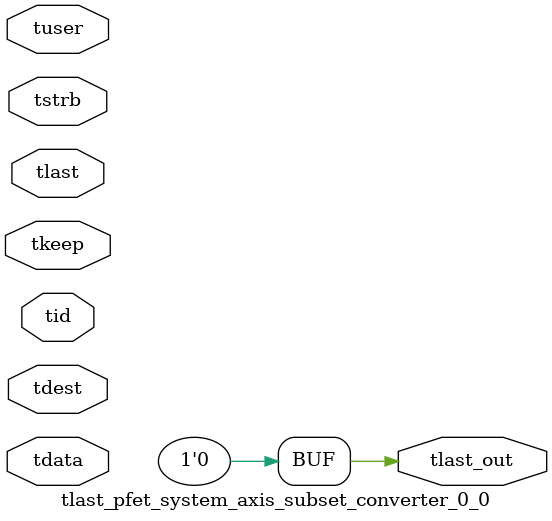
<source format=v>


`timescale 1ps/1ps

module tlast_pfet_system_axis_subset_converter_0_0 #
(
parameter C_S_AXIS_TID_WIDTH   = 1,
parameter C_S_AXIS_TUSER_WIDTH = 0,
parameter C_S_AXIS_TDATA_WIDTH = 0,
parameter C_S_AXIS_TDEST_WIDTH = 0
)
(
input  [(C_S_AXIS_TID_WIDTH   == 0 ? 1 : C_S_AXIS_TID_WIDTH)-1:0       ] tid,
input  [(C_S_AXIS_TDATA_WIDTH == 0 ? 1 : C_S_AXIS_TDATA_WIDTH)-1:0     ] tdata,
input  [(C_S_AXIS_TUSER_WIDTH == 0 ? 1 : C_S_AXIS_TUSER_WIDTH)-1:0     ] tuser,
input  [(C_S_AXIS_TDEST_WIDTH == 0 ? 1 : C_S_AXIS_TDEST_WIDTH)-1:0     ] tdest,
input  [(C_S_AXIS_TDATA_WIDTH/8)-1:0 ] tkeep,
input  [(C_S_AXIS_TDATA_WIDTH/8)-1:0 ] tstrb,
input  [0:0]                                                             tlast,
output                                                                   tlast_out
);

assign tlast_out = {1'b0};

endmodule


</source>
